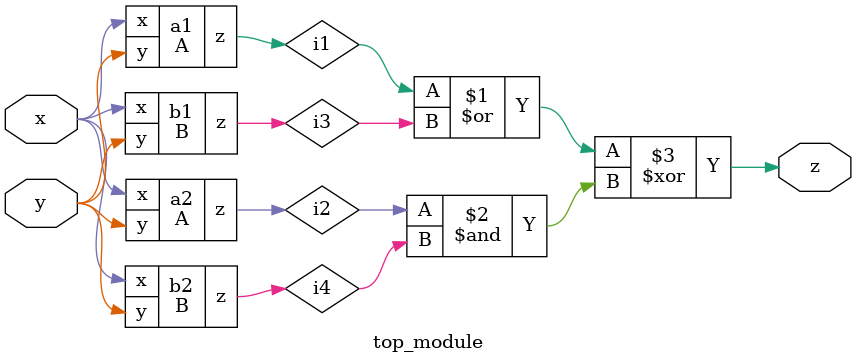
<source format=v>

module A(input x,input y,output z);
    assign z = (x^y) & x;
endmodule
module B(input x,input y,output z);
    assign z= ~(x^y);
endmodule

module top_module (input x, input y, output z);
    
    wire i1,i2,i3,i4;
    
    A a1(x,y,i1);
    A a2(x,y,i2);
    B b1(x,y,i3);
    B b2(x,y,i4);
    
    assign z = (i1 | i3) ^ (i2&i4); 

endmodule


</source>
